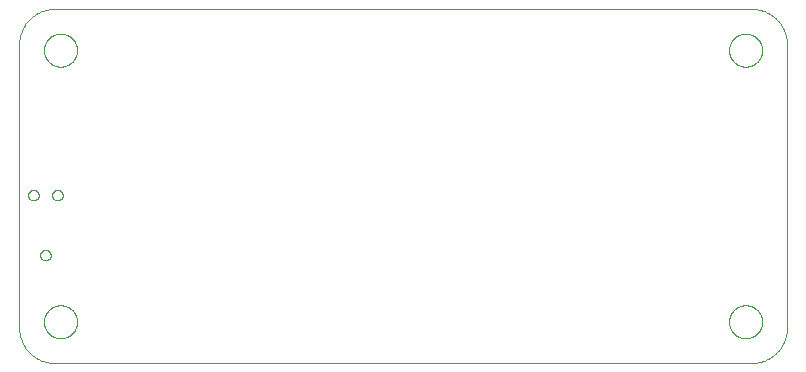
<source format=gbo>
G04 EAGLE Gerber RS-274X export*
G75*
%MOMM*%
%FSLAX34Y34*%
%LPD*%
%INBottom silk*%
%IPPOS*%
%AMOC8*
5,1,8,0,0,1.08239X$1,22.5*%
G01*
%ADD10C,0.000000*%


D10*
X29993Y49D02*
X619993Y49D01*
X649993Y30049D02*
X649993Y270000D01*
X619993Y300000D02*
X29993Y300000D01*
X-7Y270000D02*
X-7Y30049D01*
X2Y29324D01*
X28Y28600D01*
X72Y27876D01*
X133Y27154D01*
X212Y26433D01*
X308Y25714D01*
X421Y24998D01*
X552Y24285D01*
X700Y23575D01*
X865Y22870D01*
X1047Y22168D01*
X1246Y21471D01*
X1461Y20778D01*
X1694Y20092D01*
X1943Y19411D01*
X2208Y18736D01*
X2489Y18068D01*
X2787Y17407D01*
X3100Y16753D01*
X3429Y16107D01*
X3774Y15469D01*
X4134Y14840D01*
X4509Y14220D01*
X4899Y13609D01*
X5303Y13007D01*
X5722Y12415D01*
X6156Y11834D01*
X6603Y11263D01*
X7064Y10704D01*
X7538Y10155D01*
X8025Y9619D01*
X8525Y9094D01*
X9038Y8581D01*
X9563Y8081D01*
X10099Y7594D01*
X10648Y7120D01*
X11207Y6659D01*
X11778Y6212D01*
X12359Y5778D01*
X12951Y5359D01*
X13553Y4955D01*
X14164Y4565D01*
X14784Y4190D01*
X15413Y3830D01*
X16051Y3485D01*
X16697Y3156D01*
X17351Y2843D01*
X18012Y2545D01*
X18680Y2264D01*
X19355Y1999D01*
X20036Y1750D01*
X20722Y1517D01*
X21415Y1302D01*
X22112Y1103D01*
X22814Y921D01*
X23519Y756D01*
X24229Y608D01*
X24942Y477D01*
X25658Y364D01*
X26377Y268D01*
X27098Y189D01*
X27820Y128D01*
X28544Y84D01*
X29268Y58D01*
X29993Y49D01*
X619993Y49D02*
X620718Y58D01*
X621442Y84D01*
X622166Y128D01*
X622888Y189D01*
X623609Y268D01*
X624328Y364D01*
X625044Y477D01*
X625757Y608D01*
X626467Y756D01*
X627172Y921D01*
X627874Y1103D01*
X628571Y1302D01*
X629264Y1517D01*
X629950Y1750D01*
X630631Y1999D01*
X631306Y2264D01*
X631974Y2545D01*
X632635Y2843D01*
X633289Y3156D01*
X633935Y3485D01*
X634573Y3830D01*
X635202Y4190D01*
X635822Y4565D01*
X636433Y4955D01*
X637035Y5359D01*
X637627Y5778D01*
X638208Y6212D01*
X638779Y6659D01*
X639338Y7120D01*
X639887Y7594D01*
X640423Y8081D01*
X640948Y8581D01*
X641461Y9094D01*
X641961Y9619D01*
X642448Y10155D01*
X642922Y10704D01*
X643383Y11263D01*
X643830Y11834D01*
X644264Y12415D01*
X644683Y13007D01*
X645087Y13609D01*
X645477Y14220D01*
X645852Y14840D01*
X646212Y15469D01*
X646557Y16107D01*
X646886Y16753D01*
X647199Y17407D01*
X647497Y18068D01*
X647778Y18736D01*
X648043Y19411D01*
X648292Y20092D01*
X648525Y20778D01*
X648740Y21471D01*
X648939Y22168D01*
X649121Y22870D01*
X649286Y23575D01*
X649434Y24285D01*
X649565Y24998D01*
X649678Y25714D01*
X649774Y26433D01*
X649853Y27154D01*
X649914Y27876D01*
X649958Y28600D01*
X649984Y29324D01*
X649993Y30049D01*
X649993Y270000D02*
X649984Y270725D01*
X649958Y271449D01*
X649914Y272173D01*
X649853Y272895D01*
X649774Y273616D01*
X649678Y274335D01*
X649565Y275051D01*
X649434Y275764D01*
X649286Y276474D01*
X649121Y277179D01*
X648939Y277881D01*
X648740Y278578D01*
X648525Y279271D01*
X648292Y279957D01*
X648043Y280638D01*
X647778Y281313D01*
X647497Y281981D01*
X647199Y282642D01*
X646886Y283296D01*
X646557Y283942D01*
X646212Y284580D01*
X645852Y285209D01*
X645477Y285829D01*
X645087Y286440D01*
X644683Y287042D01*
X644264Y287634D01*
X643830Y288215D01*
X643383Y288786D01*
X642922Y289345D01*
X642448Y289894D01*
X641961Y290430D01*
X641461Y290955D01*
X640948Y291468D01*
X640423Y291968D01*
X639887Y292455D01*
X639338Y292929D01*
X638779Y293390D01*
X638208Y293837D01*
X637627Y294271D01*
X637035Y294690D01*
X636433Y295094D01*
X635822Y295484D01*
X635202Y295859D01*
X634573Y296219D01*
X633935Y296564D01*
X633289Y296893D01*
X632635Y297206D01*
X631974Y297504D01*
X631306Y297785D01*
X630631Y298050D01*
X629950Y298299D01*
X629264Y298532D01*
X628571Y298747D01*
X627874Y298946D01*
X627172Y299128D01*
X626467Y299293D01*
X625757Y299441D01*
X625044Y299572D01*
X624328Y299685D01*
X623609Y299781D01*
X622888Y299860D01*
X622166Y299921D01*
X621442Y299965D01*
X620718Y299991D01*
X619993Y300000D01*
X29993Y300000D02*
X29268Y299991D01*
X28544Y299965D01*
X27820Y299921D01*
X27098Y299860D01*
X26377Y299781D01*
X25658Y299685D01*
X24942Y299572D01*
X24229Y299441D01*
X23519Y299293D01*
X22814Y299128D01*
X22112Y298946D01*
X21415Y298747D01*
X20722Y298532D01*
X20036Y298299D01*
X19355Y298050D01*
X18680Y297785D01*
X18012Y297504D01*
X17351Y297206D01*
X16697Y296893D01*
X16051Y296564D01*
X15413Y296219D01*
X14784Y295859D01*
X14164Y295484D01*
X13553Y295094D01*
X12951Y294690D01*
X12359Y294271D01*
X11778Y293837D01*
X11207Y293390D01*
X10648Y292929D01*
X10099Y292455D01*
X9563Y291968D01*
X9038Y291468D01*
X8525Y290955D01*
X8025Y290430D01*
X7538Y289894D01*
X7064Y289345D01*
X6603Y288786D01*
X6156Y288215D01*
X5722Y287634D01*
X5303Y287042D01*
X4899Y286440D01*
X4509Y285829D01*
X4134Y285209D01*
X3774Y284580D01*
X3429Y283942D01*
X3100Y283296D01*
X2787Y282642D01*
X2489Y281981D01*
X2208Y281313D01*
X1943Y280638D01*
X1694Y279957D01*
X1461Y279271D01*
X1246Y278578D01*
X1047Y277881D01*
X865Y277179D01*
X700Y276474D01*
X552Y275764D01*
X421Y275051D01*
X308Y274335D01*
X212Y273616D01*
X133Y272895D01*
X72Y272173D01*
X28Y271449D01*
X2Y270725D01*
X-7Y270000D01*
X20993Y265000D02*
X20997Y265344D01*
X21010Y265687D01*
X21031Y266030D01*
X21060Y266372D01*
X21098Y266714D01*
X21145Y267054D01*
X21199Y267393D01*
X21262Y267731D01*
X21333Y268067D01*
X21413Y268402D01*
X21500Y268734D01*
X21596Y269064D01*
X21700Y269392D01*
X21811Y269716D01*
X21931Y270039D01*
X22059Y270358D01*
X22194Y270673D01*
X22337Y270986D01*
X22488Y271295D01*
X22646Y271600D01*
X22812Y271901D01*
X22985Y272197D01*
X23165Y272490D01*
X23352Y272778D01*
X23547Y273061D01*
X23748Y273340D01*
X23956Y273613D01*
X24171Y273882D01*
X24392Y274144D01*
X24620Y274402D01*
X24854Y274654D01*
X25094Y274899D01*
X25339Y275139D01*
X25591Y275373D01*
X25849Y275601D01*
X26111Y275822D01*
X26380Y276037D01*
X26653Y276245D01*
X26932Y276446D01*
X27215Y276641D01*
X27503Y276828D01*
X27796Y277008D01*
X28092Y277181D01*
X28393Y277347D01*
X28698Y277505D01*
X29007Y277656D01*
X29320Y277799D01*
X29635Y277934D01*
X29954Y278062D01*
X30277Y278182D01*
X30601Y278293D01*
X30929Y278397D01*
X31259Y278493D01*
X31591Y278580D01*
X31926Y278660D01*
X32262Y278731D01*
X32600Y278794D01*
X32939Y278848D01*
X33279Y278895D01*
X33621Y278933D01*
X33963Y278962D01*
X34306Y278983D01*
X34649Y278996D01*
X34993Y279000D01*
X35337Y278996D01*
X35680Y278983D01*
X36023Y278962D01*
X36365Y278933D01*
X36707Y278895D01*
X37047Y278848D01*
X37386Y278794D01*
X37724Y278731D01*
X38060Y278660D01*
X38395Y278580D01*
X38727Y278493D01*
X39057Y278397D01*
X39385Y278293D01*
X39709Y278182D01*
X40032Y278062D01*
X40351Y277934D01*
X40666Y277799D01*
X40979Y277656D01*
X41288Y277505D01*
X41593Y277347D01*
X41894Y277181D01*
X42190Y277008D01*
X42483Y276828D01*
X42771Y276641D01*
X43054Y276446D01*
X43333Y276245D01*
X43606Y276037D01*
X43875Y275822D01*
X44137Y275601D01*
X44395Y275373D01*
X44647Y275139D01*
X44892Y274899D01*
X45132Y274654D01*
X45366Y274402D01*
X45594Y274144D01*
X45815Y273882D01*
X46030Y273613D01*
X46238Y273340D01*
X46439Y273061D01*
X46634Y272778D01*
X46821Y272490D01*
X47001Y272197D01*
X47174Y271901D01*
X47340Y271600D01*
X47498Y271295D01*
X47649Y270986D01*
X47792Y270673D01*
X47927Y270358D01*
X48055Y270039D01*
X48175Y269716D01*
X48286Y269392D01*
X48390Y269064D01*
X48486Y268734D01*
X48573Y268402D01*
X48653Y268067D01*
X48724Y267731D01*
X48787Y267393D01*
X48841Y267054D01*
X48888Y266714D01*
X48926Y266372D01*
X48955Y266030D01*
X48976Y265687D01*
X48989Y265344D01*
X48993Y265000D01*
X48989Y264656D01*
X48976Y264313D01*
X48955Y263970D01*
X48926Y263628D01*
X48888Y263286D01*
X48841Y262946D01*
X48787Y262607D01*
X48724Y262269D01*
X48653Y261933D01*
X48573Y261598D01*
X48486Y261266D01*
X48390Y260936D01*
X48286Y260608D01*
X48175Y260284D01*
X48055Y259961D01*
X47927Y259642D01*
X47792Y259327D01*
X47649Y259014D01*
X47498Y258705D01*
X47340Y258400D01*
X47174Y258099D01*
X47001Y257803D01*
X46821Y257510D01*
X46634Y257222D01*
X46439Y256939D01*
X46238Y256660D01*
X46030Y256387D01*
X45815Y256118D01*
X45594Y255856D01*
X45366Y255598D01*
X45132Y255346D01*
X44892Y255101D01*
X44647Y254861D01*
X44395Y254627D01*
X44137Y254399D01*
X43875Y254178D01*
X43606Y253963D01*
X43333Y253755D01*
X43054Y253554D01*
X42771Y253359D01*
X42483Y253172D01*
X42190Y252992D01*
X41894Y252819D01*
X41593Y252653D01*
X41288Y252495D01*
X40979Y252344D01*
X40666Y252201D01*
X40351Y252066D01*
X40032Y251938D01*
X39709Y251818D01*
X39385Y251707D01*
X39057Y251603D01*
X38727Y251507D01*
X38395Y251420D01*
X38060Y251340D01*
X37724Y251269D01*
X37386Y251206D01*
X37047Y251152D01*
X36707Y251105D01*
X36365Y251067D01*
X36023Y251038D01*
X35680Y251017D01*
X35337Y251004D01*
X34993Y251000D01*
X34649Y251004D01*
X34306Y251017D01*
X33963Y251038D01*
X33621Y251067D01*
X33279Y251105D01*
X32939Y251152D01*
X32600Y251206D01*
X32262Y251269D01*
X31926Y251340D01*
X31591Y251420D01*
X31259Y251507D01*
X30929Y251603D01*
X30601Y251707D01*
X30277Y251818D01*
X29954Y251938D01*
X29635Y252066D01*
X29320Y252201D01*
X29007Y252344D01*
X28698Y252495D01*
X28393Y252653D01*
X28092Y252819D01*
X27796Y252992D01*
X27503Y253172D01*
X27215Y253359D01*
X26932Y253554D01*
X26653Y253755D01*
X26380Y253963D01*
X26111Y254178D01*
X25849Y254399D01*
X25591Y254627D01*
X25339Y254861D01*
X25094Y255101D01*
X24854Y255346D01*
X24620Y255598D01*
X24392Y255856D01*
X24171Y256118D01*
X23956Y256387D01*
X23748Y256660D01*
X23547Y256939D01*
X23352Y257222D01*
X23165Y257510D01*
X22985Y257803D01*
X22812Y258099D01*
X22646Y258400D01*
X22488Y258705D01*
X22337Y259014D01*
X22194Y259327D01*
X22059Y259642D01*
X21931Y259961D01*
X21811Y260284D01*
X21700Y260608D01*
X21596Y260936D01*
X21500Y261266D01*
X21413Y261598D01*
X21333Y261933D01*
X21262Y262269D01*
X21199Y262607D01*
X21145Y262946D01*
X21098Y263286D01*
X21060Y263628D01*
X21031Y263970D01*
X21010Y264313D01*
X20997Y264656D01*
X20993Y265000D01*
X600993Y265000D02*
X600997Y265344D01*
X601010Y265687D01*
X601031Y266030D01*
X601060Y266372D01*
X601098Y266714D01*
X601145Y267054D01*
X601199Y267393D01*
X601262Y267731D01*
X601333Y268067D01*
X601413Y268402D01*
X601500Y268734D01*
X601596Y269064D01*
X601700Y269392D01*
X601811Y269716D01*
X601931Y270039D01*
X602059Y270358D01*
X602194Y270673D01*
X602337Y270986D01*
X602488Y271295D01*
X602646Y271600D01*
X602812Y271901D01*
X602985Y272197D01*
X603165Y272490D01*
X603352Y272778D01*
X603547Y273061D01*
X603748Y273340D01*
X603956Y273613D01*
X604171Y273882D01*
X604392Y274144D01*
X604620Y274402D01*
X604854Y274654D01*
X605094Y274899D01*
X605339Y275139D01*
X605591Y275373D01*
X605849Y275601D01*
X606111Y275822D01*
X606380Y276037D01*
X606653Y276245D01*
X606932Y276446D01*
X607215Y276641D01*
X607503Y276828D01*
X607796Y277008D01*
X608092Y277181D01*
X608393Y277347D01*
X608698Y277505D01*
X609007Y277656D01*
X609320Y277799D01*
X609635Y277934D01*
X609954Y278062D01*
X610277Y278182D01*
X610601Y278293D01*
X610929Y278397D01*
X611259Y278493D01*
X611591Y278580D01*
X611926Y278660D01*
X612262Y278731D01*
X612600Y278794D01*
X612939Y278848D01*
X613279Y278895D01*
X613621Y278933D01*
X613963Y278962D01*
X614306Y278983D01*
X614649Y278996D01*
X614993Y279000D01*
X615337Y278996D01*
X615680Y278983D01*
X616023Y278962D01*
X616365Y278933D01*
X616707Y278895D01*
X617047Y278848D01*
X617386Y278794D01*
X617724Y278731D01*
X618060Y278660D01*
X618395Y278580D01*
X618727Y278493D01*
X619057Y278397D01*
X619385Y278293D01*
X619709Y278182D01*
X620032Y278062D01*
X620351Y277934D01*
X620666Y277799D01*
X620979Y277656D01*
X621288Y277505D01*
X621593Y277347D01*
X621894Y277181D01*
X622190Y277008D01*
X622483Y276828D01*
X622771Y276641D01*
X623054Y276446D01*
X623333Y276245D01*
X623606Y276037D01*
X623875Y275822D01*
X624137Y275601D01*
X624395Y275373D01*
X624647Y275139D01*
X624892Y274899D01*
X625132Y274654D01*
X625366Y274402D01*
X625594Y274144D01*
X625815Y273882D01*
X626030Y273613D01*
X626238Y273340D01*
X626439Y273061D01*
X626634Y272778D01*
X626821Y272490D01*
X627001Y272197D01*
X627174Y271901D01*
X627340Y271600D01*
X627498Y271295D01*
X627649Y270986D01*
X627792Y270673D01*
X627927Y270358D01*
X628055Y270039D01*
X628175Y269716D01*
X628286Y269392D01*
X628390Y269064D01*
X628486Y268734D01*
X628573Y268402D01*
X628653Y268067D01*
X628724Y267731D01*
X628787Y267393D01*
X628841Y267054D01*
X628888Y266714D01*
X628926Y266372D01*
X628955Y266030D01*
X628976Y265687D01*
X628989Y265344D01*
X628993Y265000D01*
X628989Y264656D01*
X628976Y264313D01*
X628955Y263970D01*
X628926Y263628D01*
X628888Y263286D01*
X628841Y262946D01*
X628787Y262607D01*
X628724Y262269D01*
X628653Y261933D01*
X628573Y261598D01*
X628486Y261266D01*
X628390Y260936D01*
X628286Y260608D01*
X628175Y260284D01*
X628055Y259961D01*
X627927Y259642D01*
X627792Y259327D01*
X627649Y259014D01*
X627498Y258705D01*
X627340Y258400D01*
X627174Y258099D01*
X627001Y257803D01*
X626821Y257510D01*
X626634Y257222D01*
X626439Y256939D01*
X626238Y256660D01*
X626030Y256387D01*
X625815Y256118D01*
X625594Y255856D01*
X625366Y255598D01*
X625132Y255346D01*
X624892Y255101D01*
X624647Y254861D01*
X624395Y254627D01*
X624137Y254399D01*
X623875Y254178D01*
X623606Y253963D01*
X623333Y253755D01*
X623054Y253554D01*
X622771Y253359D01*
X622483Y253172D01*
X622190Y252992D01*
X621894Y252819D01*
X621593Y252653D01*
X621288Y252495D01*
X620979Y252344D01*
X620666Y252201D01*
X620351Y252066D01*
X620032Y251938D01*
X619709Y251818D01*
X619385Y251707D01*
X619057Y251603D01*
X618727Y251507D01*
X618395Y251420D01*
X618060Y251340D01*
X617724Y251269D01*
X617386Y251206D01*
X617047Y251152D01*
X616707Y251105D01*
X616365Y251067D01*
X616023Y251038D01*
X615680Y251017D01*
X615337Y251004D01*
X614993Y251000D01*
X614649Y251004D01*
X614306Y251017D01*
X613963Y251038D01*
X613621Y251067D01*
X613279Y251105D01*
X612939Y251152D01*
X612600Y251206D01*
X612262Y251269D01*
X611926Y251340D01*
X611591Y251420D01*
X611259Y251507D01*
X610929Y251603D01*
X610601Y251707D01*
X610277Y251818D01*
X609954Y251938D01*
X609635Y252066D01*
X609320Y252201D01*
X609007Y252344D01*
X608698Y252495D01*
X608393Y252653D01*
X608092Y252819D01*
X607796Y252992D01*
X607503Y253172D01*
X607215Y253359D01*
X606932Y253554D01*
X606653Y253755D01*
X606380Y253963D01*
X606111Y254178D01*
X605849Y254399D01*
X605591Y254627D01*
X605339Y254861D01*
X605094Y255101D01*
X604854Y255346D01*
X604620Y255598D01*
X604392Y255856D01*
X604171Y256118D01*
X603956Y256387D01*
X603748Y256660D01*
X603547Y256939D01*
X603352Y257222D01*
X603165Y257510D01*
X602985Y257803D01*
X602812Y258099D01*
X602646Y258400D01*
X602488Y258705D01*
X602337Y259014D01*
X602194Y259327D01*
X602059Y259642D01*
X601931Y259961D01*
X601811Y260284D01*
X601700Y260608D01*
X601596Y260936D01*
X601500Y261266D01*
X601413Y261598D01*
X601333Y261933D01*
X601262Y262269D01*
X601199Y262607D01*
X601145Y262946D01*
X601098Y263286D01*
X601060Y263628D01*
X601031Y263970D01*
X601010Y264313D01*
X600997Y264656D01*
X600993Y265000D01*
X20993Y35049D02*
X20997Y35393D01*
X21010Y35736D01*
X21031Y36079D01*
X21060Y36421D01*
X21098Y36763D01*
X21145Y37103D01*
X21199Y37442D01*
X21262Y37780D01*
X21333Y38116D01*
X21413Y38451D01*
X21500Y38783D01*
X21596Y39113D01*
X21700Y39441D01*
X21811Y39765D01*
X21931Y40088D01*
X22059Y40407D01*
X22194Y40722D01*
X22337Y41035D01*
X22488Y41344D01*
X22646Y41649D01*
X22812Y41950D01*
X22985Y42246D01*
X23165Y42539D01*
X23352Y42827D01*
X23547Y43110D01*
X23748Y43389D01*
X23956Y43662D01*
X24171Y43931D01*
X24392Y44193D01*
X24620Y44451D01*
X24854Y44703D01*
X25094Y44948D01*
X25339Y45188D01*
X25591Y45422D01*
X25849Y45650D01*
X26111Y45871D01*
X26380Y46086D01*
X26653Y46294D01*
X26932Y46495D01*
X27215Y46690D01*
X27503Y46877D01*
X27796Y47057D01*
X28092Y47230D01*
X28393Y47396D01*
X28698Y47554D01*
X29007Y47705D01*
X29320Y47848D01*
X29635Y47983D01*
X29954Y48111D01*
X30277Y48231D01*
X30601Y48342D01*
X30929Y48446D01*
X31259Y48542D01*
X31591Y48629D01*
X31926Y48709D01*
X32262Y48780D01*
X32600Y48843D01*
X32939Y48897D01*
X33279Y48944D01*
X33621Y48982D01*
X33963Y49011D01*
X34306Y49032D01*
X34649Y49045D01*
X34993Y49049D01*
X35337Y49045D01*
X35680Y49032D01*
X36023Y49011D01*
X36365Y48982D01*
X36707Y48944D01*
X37047Y48897D01*
X37386Y48843D01*
X37724Y48780D01*
X38060Y48709D01*
X38395Y48629D01*
X38727Y48542D01*
X39057Y48446D01*
X39385Y48342D01*
X39709Y48231D01*
X40032Y48111D01*
X40351Y47983D01*
X40666Y47848D01*
X40979Y47705D01*
X41288Y47554D01*
X41593Y47396D01*
X41894Y47230D01*
X42190Y47057D01*
X42483Y46877D01*
X42771Y46690D01*
X43054Y46495D01*
X43333Y46294D01*
X43606Y46086D01*
X43875Y45871D01*
X44137Y45650D01*
X44395Y45422D01*
X44647Y45188D01*
X44892Y44948D01*
X45132Y44703D01*
X45366Y44451D01*
X45594Y44193D01*
X45815Y43931D01*
X46030Y43662D01*
X46238Y43389D01*
X46439Y43110D01*
X46634Y42827D01*
X46821Y42539D01*
X47001Y42246D01*
X47174Y41950D01*
X47340Y41649D01*
X47498Y41344D01*
X47649Y41035D01*
X47792Y40722D01*
X47927Y40407D01*
X48055Y40088D01*
X48175Y39765D01*
X48286Y39441D01*
X48390Y39113D01*
X48486Y38783D01*
X48573Y38451D01*
X48653Y38116D01*
X48724Y37780D01*
X48787Y37442D01*
X48841Y37103D01*
X48888Y36763D01*
X48926Y36421D01*
X48955Y36079D01*
X48976Y35736D01*
X48989Y35393D01*
X48993Y35049D01*
X48989Y34705D01*
X48976Y34362D01*
X48955Y34019D01*
X48926Y33677D01*
X48888Y33335D01*
X48841Y32995D01*
X48787Y32656D01*
X48724Y32318D01*
X48653Y31982D01*
X48573Y31647D01*
X48486Y31315D01*
X48390Y30985D01*
X48286Y30657D01*
X48175Y30333D01*
X48055Y30010D01*
X47927Y29691D01*
X47792Y29376D01*
X47649Y29063D01*
X47498Y28754D01*
X47340Y28449D01*
X47174Y28148D01*
X47001Y27852D01*
X46821Y27559D01*
X46634Y27271D01*
X46439Y26988D01*
X46238Y26709D01*
X46030Y26436D01*
X45815Y26167D01*
X45594Y25905D01*
X45366Y25647D01*
X45132Y25395D01*
X44892Y25150D01*
X44647Y24910D01*
X44395Y24676D01*
X44137Y24448D01*
X43875Y24227D01*
X43606Y24012D01*
X43333Y23804D01*
X43054Y23603D01*
X42771Y23408D01*
X42483Y23221D01*
X42190Y23041D01*
X41894Y22868D01*
X41593Y22702D01*
X41288Y22544D01*
X40979Y22393D01*
X40666Y22250D01*
X40351Y22115D01*
X40032Y21987D01*
X39709Y21867D01*
X39385Y21756D01*
X39057Y21652D01*
X38727Y21556D01*
X38395Y21469D01*
X38060Y21389D01*
X37724Y21318D01*
X37386Y21255D01*
X37047Y21201D01*
X36707Y21154D01*
X36365Y21116D01*
X36023Y21087D01*
X35680Y21066D01*
X35337Y21053D01*
X34993Y21049D01*
X34649Y21053D01*
X34306Y21066D01*
X33963Y21087D01*
X33621Y21116D01*
X33279Y21154D01*
X32939Y21201D01*
X32600Y21255D01*
X32262Y21318D01*
X31926Y21389D01*
X31591Y21469D01*
X31259Y21556D01*
X30929Y21652D01*
X30601Y21756D01*
X30277Y21867D01*
X29954Y21987D01*
X29635Y22115D01*
X29320Y22250D01*
X29007Y22393D01*
X28698Y22544D01*
X28393Y22702D01*
X28092Y22868D01*
X27796Y23041D01*
X27503Y23221D01*
X27215Y23408D01*
X26932Y23603D01*
X26653Y23804D01*
X26380Y24012D01*
X26111Y24227D01*
X25849Y24448D01*
X25591Y24676D01*
X25339Y24910D01*
X25094Y25150D01*
X24854Y25395D01*
X24620Y25647D01*
X24392Y25905D01*
X24171Y26167D01*
X23956Y26436D01*
X23748Y26709D01*
X23547Y26988D01*
X23352Y27271D01*
X23165Y27559D01*
X22985Y27852D01*
X22812Y28148D01*
X22646Y28449D01*
X22488Y28754D01*
X22337Y29063D01*
X22194Y29376D01*
X22059Y29691D01*
X21931Y30010D01*
X21811Y30333D01*
X21700Y30657D01*
X21596Y30985D01*
X21500Y31315D01*
X21413Y31647D01*
X21333Y31982D01*
X21262Y32318D01*
X21199Y32656D01*
X21145Y32995D01*
X21098Y33335D01*
X21060Y33677D01*
X21031Y34019D01*
X21010Y34362D01*
X20997Y34705D01*
X20993Y35049D01*
X600993Y35049D02*
X600997Y35393D01*
X601010Y35736D01*
X601031Y36079D01*
X601060Y36421D01*
X601098Y36763D01*
X601145Y37103D01*
X601199Y37442D01*
X601262Y37780D01*
X601333Y38116D01*
X601413Y38451D01*
X601500Y38783D01*
X601596Y39113D01*
X601700Y39441D01*
X601811Y39765D01*
X601931Y40088D01*
X602059Y40407D01*
X602194Y40722D01*
X602337Y41035D01*
X602488Y41344D01*
X602646Y41649D01*
X602812Y41950D01*
X602985Y42246D01*
X603165Y42539D01*
X603352Y42827D01*
X603547Y43110D01*
X603748Y43389D01*
X603956Y43662D01*
X604171Y43931D01*
X604392Y44193D01*
X604620Y44451D01*
X604854Y44703D01*
X605094Y44948D01*
X605339Y45188D01*
X605591Y45422D01*
X605849Y45650D01*
X606111Y45871D01*
X606380Y46086D01*
X606653Y46294D01*
X606932Y46495D01*
X607215Y46690D01*
X607503Y46877D01*
X607796Y47057D01*
X608092Y47230D01*
X608393Y47396D01*
X608698Y47554D01*
X609007Y47705D01*
X609320Y47848D01*
X609635Y47983D01*
X609954Y48111D01*
X610277Y48231D01*
X610601Y48342D01*
X610929Y48446D01*
X611259Y48542D01*
X611591Y48629D01*
X611926Y48709D01*
X612262Y48780D01*
X612600Y48843D01*
X612939Y48897D01*
X613279Y48944D01*
X613621Y48982D01*
X613963Y49011D01*
X614306Y49032D01*
X614649Y49045D01*
X614993Y49049D01*
X615337Y49045D01*
X615680Y49032D01*
X616023Y49011D01*
X616365Y48982D01*
X616707Y48944D01*
X617047Y48897D01*
X617386Y48843D01*
X617724Y48780D01*
X618060Y48709D01*
X618395Y48629D01*
X618727Y48542D01*
X619057Y48446D01*
X619385Y48342D01*
X619709Y48231D01*
X620032Y48111D01*
X620351Y47983D01*
X620666Y47848D01*
X620979Y47705D01*
X621288Y47554D01*
X621593Y47396D01*
X621894Y47230D01*
X622190Y47057D01*
X622483Y46877D01*
X622771Y46690D01*
X623054Y46495D01*
X623333Y46294D01*
X623606Y46086D01*
X623875Y45871D01*
X624137Y45650D01*
X624395Y45422D01*
X624647Y45188D01*
X624892Y44948D01*
X625132Y44703D01*
X625366Y44451D01*
X625594Y44193D01*
X625815Y43931D01*
X626030Y43662D01*
X626238Y43389D01*
X626439Y43110D01*
X626634Y42827D01*
X626821Y42539D01*
X627001Y42246D01*
X627174Y41950D01*
X627340Y41649D01*
X627498Y41344D01*
X627649Y41035D01*
X627792Y40722D01*
X627927Y40407D01*
X628055Y40088D01*
X628175Y39765D01*
X628286Y39441D01*
X628390Y39113D01*
X628486Y38783D01*
X628573Y38451D01*
X628653Y38116D01*
X628724Y37780D01*
X628787Y37442D01*
X628841Y37103D01*
X628888Y36763D01*
X628926Y36421D01*
X628955Y36079D01*
X628976Y35736D01*
X628989Y35393D01*
X628993Y35049D01*
X628989Y34705D01*
X628976Y34362D01*
X628955Y34019D01*
X628926Y33677D01*
X628888Y33335D01*
X628841Y32995D01*
X628787Y32656D01*
X628724Y32318D01*
X628653Y31982D01*
X628573Y31647D01*
X628486Y31315D01*
X628390Y30985D01*
X628286Y30657D01*
X628175Y30333D01*
X628055Y30010D01*
X627927Y29691D01*
X627792Y29376D01*
X627649Y29063D01*
X627498Y28754D01*
X627340Y28449D01*
X627174Y28148D01*
X627001Y27852D01*
X626821Y27559D01*
X626634Y27271D01*
X626439Y26988D01*
X626238Y26709D01*
X626030Y26436D01*
X625815Y26167D01*
X625594Y25905D01*
X625366Y25647D01*
X625132Y25395D01*
X624892Y25150D01*
X624647Y24910D01*
X624395Y24676D01*
X624137Y24448D01*
X623875Y24227D01*
X623606Y24012D01*
X623333Y23804D01*
X623054Y23603D01*
X622771Y23408D01*
X622483Y23221D01*
X622190Y23041D01*
X621894Y22868D01*
X621593Y22702D01*
X621288Y22544D01*
X620979Y22393D01*
X620666Y22250D01*
X620351Y22115D01*
X620032Y21987D01*
X619709Y21867D01*
X619385Y21756D01*
X619057Y21652D01*
X618727Y21556D01*
X618395Y21469D01*
X618060Y21389D01*
X617724Y21318D01*
X617386Y21255D01*
X617047Y21201D01*
X616707Y21154D01*
X616365Y21116D01*
X616023Y21087D01*
X615680Y21066D01*
X615337Y21053D01*
X614993Y21049D01*
X614649Y21053D01*
X614306Y21066D01*
X613963Y21087D01*
X613621Y21116D01*
X613279Y21154D01*
X612939Y21201D01*
X612600Y21255D01*
X612262Y21318D01*
X611926Y21389D01*
X611591Y21469D01*
X611259Y21556D01*
X610929Y21652D01*
X610601Y21756D01*
X610277Y21867D01*
X609954Y21987D01*
X609635Y22115D01*
X609320Y22250D01*
X609007Y22393D01*
X608698Y22544D01*
X608393Y22702D01*
X608092Y22868D01*
X607796Y23041D01*
X607503Y23221D01*
X607215Y23408D01*
X606932Y23603D01*
X606653Y23804D01*
X606380Y24012D01*
X606111Y24227D01*
X605849Y24448D01*
X605591Y24676D01*
X605339Y24910D01*
X605094Y25150D01*
X604854Y25395D01*
X604620Y25647D01*
X604392Y25905D01*
X604171Y26167D01*
X603956Y26436D01*
X603748Y26709D01*
X603547Y26988D01*
X603352Y27271D01*
X603165Y27559D01*
X602985Y27852D01*
X602812Y28148D01*
X602646Y28449D01*
X602488Y28754D01*
X602337Y29063D01*
X602194Y29376D01*
X602059Y29691D01*
X601931Y30010D01*
X601811Y30333D01*
X601700Y30657D01*
X601596Y30985D01*
X601500Y31315D01*
X601413Y31647D01*
X601333Y31982D01*
X601262Y32318D01*
X601199Y32656D01*
X601145Y32995D01*
X601098Y33335D01*
X601060Y33677D01*
X601031Y34019D01*
X601010Y34362D01*
X600997Y34705D01*
X600993Y35049D01*
X17780Y91440D02*
X17782Y91573D01*
X17788Y91706D01*
X17798Y91838D01*
X17812Y91971D01*
X17830Y92102D01*
X17851Y92234D01*
X17877Y92364D01*
X17907Y92494D01*
X17940Y92623D01*
X17977Y92750D01*
X18019Y92877D01*
X18063Y93002D01*
X18112Y93126D01*
X18164Y93248D01*
X18220Y93369D01*
X18280Y93488D01*
X18343Y93605D01*
X18409Y93720D01*
X18479Y93833D01*
X18552Y93944D01*
X18629Y94053D01*
X18709Y94159D01*
X18792Y94263D01*
X18878Y94365D01*
X18967Y94463D01*
X19058Y94559D01*
X19153Y94653D01*
X19251Y94743D01*
X19351Y94831D01*
X19454Y94915D01*
X19559Y94997D01*
X19666Y95075D01*
X19776Y95150D01*
X19888Y95221D01*
X20003Y95289D01*
X20119Y95354D01*
X20237Y95416D01*
X20357Y95473D01*
X20478Y95527D01*
X20601Y95578D01*
X20726Y95624D01*
X20851Y95667D01*
X20979Y95707D01*
X21107Y95742D01*
X21236Y95774D01*
X21366Y95801D01*
X21497Y95825D01*
X21628Y95845D01*
X21760Y95861D01*
X21893Y95873D01*
X22026Y95881D01*
X22159Y95885D01*
X22291Y95885D01*
X22424Y95881D01*
X22557Y95873D01*
X22690Y95861D01*
X22822Y95845D01*
X22953Y95825D01*
X23084Y95801D01*
X23214Y95774D01*
X23343Y95742D01*
X23471Y95707D01*
X23599Y95667D01*
X23724Y95624D01*
X23849Y95578D01*
X23972Y95527D01*
X24093Y95473D01*
X24213Y95416D01*
X24331Y95354D01*
X24448Y95289D01*
X24562Y95221D01*
X24674Y95150D01*
X24784Y95075D01*
X24891Y94997D01*
X24996Y94915D01*
X25099Y94831D01*
X25199Y94743D01*
X25297Y94653D01*
X25392Y94559D01*
X25483Y94463D01*
X25572Y94365D01*
X25658Y94263D01*
X25741Y94159D01*
X25821Y94053D01*
X25898Y93944D01*
X25971Y93833D01*
X26041Y93720D01*
X26107Y93605D01*
X26170Y93488D01*
X26230Y93369D01*
X26286Y93248D01*
X26338Y93126D01*
X26387Y93002D01*
X26431Y92877D01*
X26473Y92750D01*
X26510Y92623D01*
X26543Y92494D01*
X26573Y92364D01*
X26599Y92234D01*
X26620Y92102D01*
X26638Y91971D01*
X26652Y91838D01*
X26662Y91706D01*
X26668Y91573D01*
X26670Y91440D01*
X26668Y91307D01*
X26662Y91174D01*
X26652Y91042D01*
X26638Y90909D01*
X26620Y90778D01*
X26599Y90646D01*
X26573Y90516D01*
X26543Y90386D01*
X26510Y90257D01*
X26473Y90130D01*
X26431Y90003D01*
X26387Y89878D01*
X26338Y89754D01*
X26286Y89632D01*
X26230Y89511D01*
X26170Y89392D01*
X26107Y89275D01*
X26041Y89160D01*
X25971Y89047D01*
X25898Y88936D01*
X25821Y88827D01*
X25741Y88721D01*
X25658Y88617D01*
X25572Y88515D01*
X25483Y88417D01*
X25392Y88321D01*
X25297Y88227D01*
X25199Y88137D01*
X25099Y88049D01*
X24996Y87965D01*
X24891Y87883D01*
X24784Y87805D01*
X24674Y87730D01*
X24562Y87659D01*
X24447Y87591D01*
X24331Y87526D01*
X24213Y87464D01*
X24093Y87407D01*
X23972Y87353D01*
X23849Y87302D01*
X23724Y87256D01*
X23599Y87213D01*
X23471Y87173D01*
X23343Y87138D01*
X23214Y87106D01*
X23084Y87079D01*
X22953Y87055D01*
X22822Y87035D01*
X22690Y87019D01*
X22557Y87007D01*
X22424Y86999D01*
X22291Y86995D01*
X22159Y86995D01*
X22026Y86999D01*
X21893Y87007D01*
X21760Y87019D01*
X21628Y87035D01*
X21497Y87055D01*
X21366Y87079D01*
X21236Y87106D01*
X21107Y87138D01*
X20979Y87173D01*
X20851Y87213D01*
X20726Y87256D01*
X20601Y87302D01*
X20478Y87353D01*
X20357Y87407D01*
X20237Y87464D01*
X20119Y87526D01*
X20002Y87591D01*
X19888Y87659D01*
X19776Y87730D01*
X19666Y87805D01*
X19559Y87883D01*
X19454Y87965D01*
X19351Y88049D01*
X19251Y88137D01*
X19153Y88227D01*
X19058Y88321D01*
X18967Y88417D01*
X18878Y88515D01*
X18792Y88617D01*
X18709Y88721D01*
X18629Y88827D01*
X18552Y88936D01*
X18479Y89047D01*
X18409Y89160D01*
X18343Y89275D01*
X18280Y89392D01*
X18220Y89511D01*
X18164Y89632D01*
X18112Y89754D01*
X18063Y89878D01*
X18019Y90003D01*
X17977Y90130D01*
X17940Y90257D01*
X17907Y90386D01*
X17877Y90516D01*
X17851Y90646D01*
X17830Y90778D01*
X17812Y90909D01*
X17798Y91042D01*
X17788Y91174D01*
X17782Y91307D01*
X17780Y91440D01*
X27940Y142240D02*
X27942Y142373D01*
X27948Y142506D01*
X27958Y142638D01*
X27972Y142771D01*
X27990Y142902D01*
X28011Y143034D01*
X28037Y143164D01*
X28067Y143294D01*
X28100Y143423D01*
X28137Y143550D01*
X28179Y143677D01*
X28223Y143802D01*
X28272Y143926D01*
X28324Y144048D01*
X28380Y144169D01*
X28440Y144288D01*
X28503Y144405D01*
X28569Y144520D01*
X28639Y144633D01*
X28712Y144744D01*
X28789Y144853D01*
X28869Y144959D01*
X28952Y145063D01*
X29038Y145165D01*
X29127Y145263D01*
X29218Y145359D01*
X29313Y145453D01*
X29411Y145543D01*
X29511Y145631D01*
X29614Y145715D01*
X29719Y145797D01*
X29826Y145875D01*
X29936Y145950D01*
X30048Y146021D01*
X30163Y146089D01*
X30279Y146154D01*
X30397Y146216D01*
X30517Y146273D01*
X30638Y146327D01*
X30761Y146378D01*
X30886Y146424D01*
X31011Y146467D01*
X31139Y146507D01*
X31267Y146542D01*
X31396Y146574D01*
X31526Y146601D01*
X31657Y146625D01*
X31788Y146645D01*
X31920Y146661D01*
X32053Y146673D01*
X32186Y146681D01*
X32319Y146685D01*
X32451Y146685D01*
X32584Y146681D01*
X32717Y146673D01*
X32850Y146661D01*
X32982Y146645D01*
X33113Y146625D01*
X33244Y146601D01*
X33374Y146574D01*
X33503Y146542D01*
X33631Y146507D01*
X33759Y146467D01*
X33884Y146424D01*
X34009Y146378D01*
X34132Y146327D01*
X34253Y146273D01*
X34373Y146216D01*
X34491Y146154D01*
X34608Y146089D01*
X34722Y146021D01*
X34834Y145950D01*
X34944Y145875D01*
X35051Y145797D01*
X35156Y145715D01*
X35259Y145631D01*
X35359Y145543D01*
X35457Y145453D01*
X35552Y145359D01*
X35643Y145263D01*
X35732Y145165D01*
X35818Y145063D01*
X35901Y144959D01*
X35981Y144853D01*
X36058Y144744D01*
X36131Y144633D01*
X36201Y144520D01*
X36267Y144405D01*
X36330Y144288D01*
X36390Y144169D01*
X36446Y144048D01*
X36498Y143926D01*
X36547Y143802D01*
X36591Y143677D01*
X36633Y143550D01*
X36670Y143423D01*
X36703Y143294D01*
X36733Y143164D01*
X36759Y143034D01*
X36780Y142902D01*
X36798Y142771D01*
X36812Y142638D01*
X36822Y142506D01*
X36828Y142373D01*
X36830Y142240D01*
X36828Y142107D01*
X36822Y141974D01*
X36812Y141842D01*
X36798Y141709D01*
X36780Y141578D01*
X36759Y141446D01*
X36733Y141316D01*
X36703Y141186D01*
X36670Y141057D01*
X36633Y140930D01*
X36591Y140803D01*
X36547Y140678D01*
X36498Y140554D01*
X36446Y140432D01*
X36390Y140311D01*
X36330Y140192D01*
X36267Y140075D01*
X36201Y139960D01*
X36131Y139847D01*
X36058Y139736D01*
X35981Y139627D01*
X35901Y139521D01*
X35818Y139417D01*
X35732Y139315D01*
X35643Y139217D01*
X35552Y139121D01*
X35457Y139027D01*
X35359Y138937D01*
X35259Y138849D01*
X35156Y138765D01*
X35051Y138683D01*
X34944Y138605D01*
X34834Y138530D01*
X34722Y138459D01*
X34607Y138391D01*
X34491Y138326D01*
X34373Y138264D01*
X34253Y138207D01*
X34132Y138153D01*
X34009Y138102D01*
X33884Y138056D01*
X33759Y138013D01*
X33631Y137973D01*
X33503Y137938D01*
X33374Y137906D01*
X33244Y137879D01*
X33113Y137855D01*
X32982Y137835D01*
X32850Y137819D01*
X32717Y137807D01*
X32584Y137799D01*
X32451Y137795D01*
X32319Y137795D01*
X32186Y137799D01*
X32053Y137807D01*
X31920Y137819D01*
X31788Y137835D01*
X31657Y137855D01*
X31526Y137879D01*
X31396Y137906D01*
X31267Y137938D01*
X31139Y137973D01*
X31011Y138013D01*
X30886Y138056D01*
X30761Y138102D01*
X30638Y138153D01*
X30517Y138207D01*
X30397Y138264D01*
X30279Y138326D01*
X30162Y138391D01*
X30048Y138459D01*
X29936Y138530D01*
X29826Y138605D01*
X29719Y138683D01*
X29614Y138765D01*
X29511Y138849D01*
X29411Y138937D01*
X29313Y139027D01*
X29218Y139121D01*
X29127Y139217D01*
X29038Y139315D01*
X28952Y139417D01*
X28869Y139521D01*
X28789Y139627D01*
X28712Y139736D01*
X28639Y139847D01*
X28569Y139960D01*
X28503Y140075D01*
X28440Y140192D01*
X28380Y140311D01*
X28324Y140432D01*
X28272Y140554D01*
X28223Y140678D01*
X28179Y140803D01*
X28137Y140930D01*
X28100Y141057D01*
X28067Y141186D01*
X28037Y141316D01*
X28011Y141446D01*
X27990Y141578D01*
X27972Y141709D01*
X27958Y141842D01*
X27948Y141974D01*
X27942Y142107D01*
X27940Y142240D01*
X7620Y142240D02*
X7622Y142373D01*
X7628Y142506D01*
X7638Y142638D01*
X7652Y142771D01*
X7670Y142902D01*
X7691Y143034D01*
X7717Y143164D01*
X7747Y143294D01*
X7780Y143423D01*
X7817Y143550D01*
X7859Y143677D01*
X7903Y143802D01*
X7952Y143926D01*
X8004Y144048D01*
X8060Y144169D01*
X8120Y144288D01*
X8183Y144405D01*
X8249Y144520D01*
X8319Y144633D01*
X8392Y144744D01*
X8469Y144853D01*
X8549Y144959D01*
X8632Y145063D01*
X8718Y145165D01*
X8807Y145263D01*
X8898Y145359D01*
X8993Y145453D01*
X9091Y145543D01*
X9191Y145631D01*
X9294Y145715D01*
X9399Y145797D01*
X9506Y145875D01*
X9616Y145950D01*
X9728Y146021D01*
X9843Y146089D01*
X9959Y146154D01*
X10077Y146216D01*
X10197Y146273D01*
X10318Y146327D01*
X10441Y146378D01*
X10566Y146424D01*
X10691Y146467D01*
X10819Y146507D01*
X10947Y146542D01*
X11076Y146574D01*
X11206Y146601D01*
X11337Y146625D01*
X11468Y146645D01*
X11600Y146661D01*
X11733Y146673D01*
X11866Y146681D01*
X11999Y146685D01*
X12131Y146685D01*
X12264Y146681D01*
X12397Y146673D01*
X12530Y146661D01*
X12662Y146645D01*
X12793Y146625D01*
X12924Y146601D01*
X13054Y146574D01*
X13183Y146542D01*
X13311Y146507D01*
X13439Y146467D01*
X13564Y146424D01*
X13689Y146378D01*
X13812Y146327D01*
X13933Y146273D01*
X14053Y146216D01*
X14171Y146154D01*
X14288Y146089D01*
X14402Y146021D01*
X14514Y145950D01*
X14624Y145875D01*
X14731Y145797D01*
X14836Y145715D01*
X14939Y145631D01*
X15039Y145543D01*
X15137Y145453D01*
X15232Y145359D01*
X15323Y145263D01*
X15412Y145165D01*
X15498Y145063D01*
X15581Y144959D01*
X15661Y144853D01*
X15738Y144744D01*
X15811Y144633D01*
X15881Y144520D01*
X15947Y144405D01*
X16010Y144288D01*
X16070Y144169D01*
X16126Y144048D01*
X16178Y143926D01*
X16227Y143802D01*
X16271Y143677D01*
X16313Y143550D01*
X16350Y143423D01*
X16383Y143294D01*
X16413Y143164D01*
X16439Y143034D01*
X16460Y142902D01*
X16478Y142771D01*
X16492Y142638D01*
X16502Y142506D01*
X16508Y142373D01*
X16510Y142240D01*
X16508Y142107D01*
X16502Y141974D01*
X16492Y141842D01*
X16478Y141709D01*
X16460Y141578D01*
X16439Y141446D01*
X16413Y141316D01*
X16383Y141186D01*
X16350Y141057D01*
X16313Y140930D01*
X16271Y140803D01*
X16227Y140678D01*
X16178Y140554D01*
X16126Y140432D01*
X16070Y140311D01*
X16010Y140192D01*
X15947Y140075D01*
X15881Y139960D01*
X15811Y139847D01*
X15738Y139736D01*
X15661Y139627D01*
X15581Y139521D01*
X15498Y139417D01*
X15412Y139315D01*
X15323Y139217D01*
X15232Y139121D01*
X15137Y139027D01*
X15039Y138937D01*
X14939Y138849D01*
X14836Y138765D01*
X14731Y138683D01*
X14624Y138605D01*
X14514Y138530D01*
X14402Y138459D01*
X14287Y138391D01*
X14171Y138326D01*
X14053Y138264D01*
X13933Y138207D01*
X13812Y138153D01*
X13689Y138102D01*
X13564Y138056D01*
X13439Y138013D01*
X13311Y137973D01*
X13183Y137938D01*
X13054Y137906D01*
X12924Y137879D01*
X12793Y137855D01*
X12662Y137835D01*
X12530Y137819D01*
X12397Y137807D01*
X12264Y137799D01*
X12131Y137795D01*
X11999Y137795D01*
X11866Y137799D01*
X11733Y137807D01*
X11600Y137819D01*
X11468Y137835D01*
X11337Y137855D01*
X11206Y137879D01*
X11076Y137906D01*
X10947Y137938D01*
X10819Y137973D01*
X10691Y138013D01*
X10566Y138056D01*
X10441Y138102D01*
X10318Y138153D01*
X10197Y138207D01*
X10077Y138264D01*
X9959Y138326D01*
X9842Y138391D01*
X9728Y138459D01*
X9616Y138530D01*
X9506Y138605D01*
X9399Y138683D01*
X9294Y138765D01*
X9191Y138849D01*
X9091Y138937D01*
X8993Y139027D01*
X8898Y139121D01*
X8807Y139217D01*
X8718Y139315D01*
X8632Y139417D01*
X8549Y139521D01*
X8469Y139627D01*
X8392Y139736D01*
X8319Y139847D01*
X8249Y139960D01*
X8183Y140075D01*
X8120Y140192D01*
X8060Y140311D01*
X8004Y140432D01*
X7952Y140554D01*
X7903Y140678D01*
X7859Y140803D01*
X7817Y140930D01*
X7780Y141057D01*
X7747Y141186D01*
X7717Y141316D01*
X7691Y141446D01*
X7670Y141578D01*
X7652Y141709D01*
X7638Y141842D01*
X7628Y141974D01*
X7622Y142107D01*
X7620Y142240D01*
M02*

</source>
